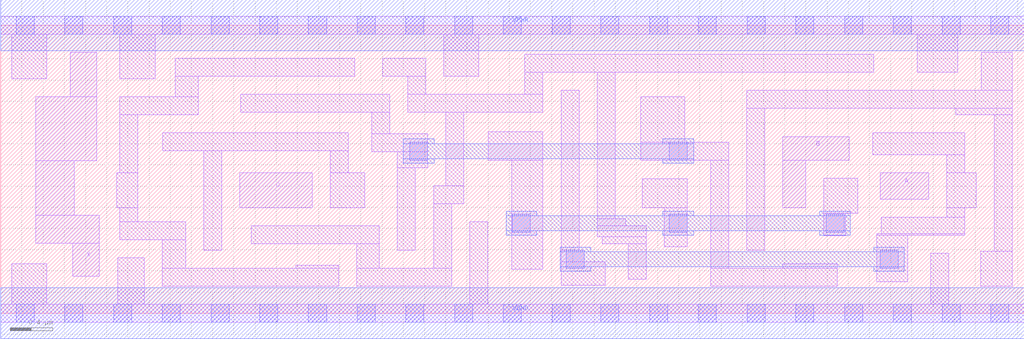
<source format=lef>
# Copyright 2020 The SkyWater PDK Authors
#
# Licensed under the Apache License, Version 2.0 (the "License");
# you may not use this file except in compliance with the License.
# You may obtain a copy of the License at
#
#     https://www.apache.org/licenses/LICENSE-2.0
#
# Unless required by applicable law or agreed to in writing, software
# distributed under the License is distributed on an "AS IS" BASIS,
# WITHOUT WARRANTIES OR CONDITIONS OF ANY KIND, either express or implied.
# See the License for the specific language governing permissions and
# limitations under the License.
#
# SPDX-License-Identifier: Apache-2.0

VERSION 5.7 ;
BUSBITCHARS "[]" ;
DIVIDERCHAR "/" ;
PROPERTYDEFINITIONS
  MACRO maskLayoutSubType STRING ;
  MACRO prCellType STRING ;
  MACRO originalViewName STRING ;
END PROPERTYDEFINITIONS
MACRO sky130_fd_sc_hdll__xor3_2
  ORIGIN  0.000000  0.000000 ;
  CLASS CORE ;
  SYMMETRY X Y R90 ;
  SIZE  9.660000 BY  2.720000 ;
  SITE unithd ;
  PIN A
    ANTENNAGATEAREA  0.276000 ;
    DIRECTION INPUT ;
    USE SIGNAL ;
    PORT
      LAYER li1 ;
        RECT 8.300000 1.075000 8.760000 1.325000 ;
    END
  END A
  PIN B
    ANTENNAGATEAREA  0.735900 ;
    DIRECTION INPUT ;
    USE SIGNAL ;
    PORT
      LAYER li1 ;
        RECT 7.380000 0.995000 7.600000 1.445000 ;
        RECT 7.380000 1.445000 8.010000 1.665000 ;
    END
  END B
  PIN C
    ANTENNAGATEAREA  0.425400 ;
    DIRECTION INPUT ;
    USE SIGNAL ;
    PORT
      LAYER li1 ;
        RECT 2.255000 0.995000 2.940000 1.325000 ;
    END
  END C
  PIN X
    ANTENNADIFFAREA  0.517500 ;
    DIRECTION OUTPUT ;
    USE SIGNAL ;
    PORT
      LAYER li1 ;
        RECT 0.330000 0.660000 0.930000 0.925000 ;
        RECT 0.330000 0.925000 0.695000 1.440000 ;
        RECT 0.330000 1.440000 0.905000 2.045000 ;
        RECT 0.655000 2.045000 0.905000 2.465000 ;
        RECT 0.680000 0.350000 0.930000 0.660000 ;
    END
  END X
  PIN VGND
    DIRECTION INOUT ;
    USE GROUND ;
    PORT
      LAYER met1 ;
        RECT 0.000000 -0.240000 9.660000 0.240000 ;
    END
  END VGND
  PIN VPWR
    DIRECTION INOUT ;
    USE POWER ;
    PORT
      LAYER met1 ;
        RECT 0.000000 2.480000 9.660000 2.960000 ;
    END
  END VPWR
  OBS
    LAYER li1 ;
      RECT 0.000000 -0.085000 9.660000 0.085000 ;
      RECT 0.000000  2.635000 9.660000 2.805000 ;
      RECT 0.105000  0.085000 0.435000 0.465000 ;
      RECT 0.105000  2.215000 0.435000 2.635000 ;
      RECT 1.095000  0.995000 1.295000 1.325000 ;
      RECT 1.105000  0.085000 1.355000 0.525000 ;
      RECT 1.125000  0.695000 1.745000 0.865000 ;
      RECT 1.125000  0.865000 1.295000 0.995000 ;
      RECT 1.125000  1.325000 1.295000 1.875000 ;
      RECT 1.125000  1.875000 1.865000 2.045000 ;
      RECT 1.125000  2.215000 1.460000 2.635000 ;
      RECT 1.525000  0.255000 3.190000 0.425000 ;
      RECT 1.525000  0.425000 1.745000 0.695000 ;
      RECT 1.530000  1.535000 3.280000 1.705000 ;
      RECT 1.645000  2.045000 1.865000 2.235000 ;
      RECT 1.645000  2.235000 3.340000 2.405000 ;
      RECT 1.915000  0.595000 2.085000 1.535000 ;
      RECT 2.265000  1.895000 3.670000 2.065000 ;
      RECT 2.365000  0.655000 3.575000 0.825000 ;
      RECT 2.785000  0.425000 3.190000 0.455000 ;
      RECT 3.110000  0.995000 3.435000 1.325000 ;
      RECT 3.110000  1.325000 3.280000 1.535000 ;
      RECT 3.360000  0.255000 4.255000 0.425000 ;
      RECT 3.360000  0.425000 3.575000 0.655000 ;
      RECT 3.500000  1.525000 4.030000 1.695000 ;
      RECT 3.500000  1.695000 3.670000 1.895000 ;
      RECT 3.605000  2.235000 4.010000 2.405000 ;
      RECT 3.745000  0.595000 3.915000 1.375000 ;
      RECT 3.745000  1.375000 4.030000 1.525000 ;
      RECT 3.840000  1.895000 5.115000 2.065000 ;
      RECT 3.840000  2.065000 4.010000 2.235000 ;
      RECT 4.085000  0.425000 4.255000 1.035000 ;
      RECT 4.085000  1.035000 4.370000 1.205000 ;
      RECT 4.180000  2.235000 4.510000 2.635000 ;
      RECT 4.200000  1.205000 4.370000 1.895000 ;
      RECT 4.425000  0.085000 4.595000 0.865000 ;
      RECT 4.600000  1.445000 5.115000 1.715000 ;
      RECT 4.825000  0.415000 5.115000 1.445000 ;
      RECT 4.945000  2.065000 5.115000 2.275000 ;
      RECT 4.945000  2.275000 8.240000 2.445000 ;
      RECT 5.290000  0.265000 5.705000 0.485000 ;
      RECT 5.290000  0.485000 5.510000 0.595000 ;
      RECT 5.290000  0.595000 5.460000 2.105000 ;
      RECT 5.630000  0.720000 6.095000 0.825000 ;
      RECT 5.630000  0.825000 5.900000 0.890000 ;
      RECT 5.630000  0.890000 5.800000 2.275000 ;
      RECT 5.680000  0.655000 6.095000 0.720000 ;
      RECT 5.925000  0.320000 6.095000 0.655000 ;
      RECT 6.040000  1.445000 6.870000 1.615000 ;
      RECT 6.040000  1.615000 6.455000 2.045000 ;
      RECT 6.055000  0.995000 6.480000 1.270000 ;
      RECT 6.265000  0.630000 6.480000 0.995000 ;
      RECT 6.700000  0.255000 7.895000 0.425000 ;
      RECT 6.700000  0.425000 6.870000 1.445000 ;
      RECT 7.040000  0.595000 7.210000 1.935000 ;
      RECT 7.040000  1.935000 9.550000 2.105000 ;
      RECT 7.380000  0.425000 7.895000 0.465000 ;
      RECT 7.770000  0.730000 7.975000 0.945000 ;
      RECT 7.770000  0.945000 8.090000 1.275000 ;
      RECT 8.230000  1.495000 9.100000 1.705000 ;
      RECT 8.270000  0.295000 8.560000 0.735000 ;
      RECT 8.270000  0.735000 9.100000 0.750000 ;
      RECT 8.310000  0.750000 9.100000 0.905000 ;
      RECT 8.650000  2.275000 9.035000 2.635000 ;
      RECT 8.780000  0.085000 8.950000 0.565000 ;
      RECT 8.930000  0.905000 9.100000 0.995000 ;
      RECT 8.930000  0.995000 9.210000 1.325000 ;
      RECT 8.930000  1.325000 9.100000 1.495000 ;
      RECT 9.015000  1.875000 9.550000 1.935000 ;
      RECT 9.250000  0.255000 9.550000 0.585000 ;
      RECT 9.255000  2.105000 9.550000 2.465000 ;
      RECT 9.380000  0.585000 9.550000 1.875000 ;
    LAYER mcon ;
      RECT 0.145000 -0.085000 0.315000 0.085000 ;
      RECT 0.145000  2.635000 0.315000 2.805000 ;
      RECT 0.605000 -0.085000 0.775000 0.085000 ;
      RECT 0.605000  2.635000 0.775000 2.805000 ;
      RECT 1.065000 -0.085000 1.235000 0.085000 ;
      RECT 1.065000  2.635000 1.235000 2.805000 ;
      RECT 1.525000 -0.085000 1.695000 0.085000 ;
      RECT 1.525000  2.635000 1.695000 2.805000 ;
      RECT 1.985000 -0.085000 2.155000 0.085000 ;
      RECT 1.985000  2.635000 2.155000 2.805000 ;
      RECT 2.445000 -0.085000 2.615000 0.085000 ;
      RECT 2.445000  2.635000 2.615000 2.805000 ;
      RECT 2.905000 -0.085000 3.075000 0.085000 ;
      RECT 2.905000  2.635000 3.075000 2.805000 ;
      RECT 3.365000 -0.085000 3.535000 0.085000 ;
      RECT 3.365000  2.635000 3.535000 2.805000 ;
      RECT 3.825000 -0.085000 3.995000 0.085000 ;
      RECT 3.825000  2.635000 3.995000 2.805000 ;
      RECT 3.860000  1.445000 4.030000 1.615000 ;
      RECT 4.285000 -0.085000 4.455000 0.085000 ;
      RECT 4.285000  2.635000 4.455000 2.805000 ;
      RECT 4.745000 -0.085000 4.915000 0.085000 ;
      RECT 4.745000  2.635000 4.915000 2.805000 ;
      RECT 4.830000  0.765000 5.000000 0.935000 ;
      RECT 5.205000 -0.085000 5.375000 0.085000 ;
      RECT 5.205000  2.635000 5.375000 2.805000 ;
      RECT 5.340000  0.425000 5.510000 0.595000 ;
      RECT 5.665000 -0.085000 5.835000 0.085000 ;
      RECT 5.665000  2.635000 5.835000 2.805000 ;
      RECT 6.125000 -0.085000 6.295000 0.085000 ;
      RECT 6.125000  2.635000 6.295000 2.805000 ;
      RECT 6.310000  0.765000 6.480000 0.935000 ;
      RECT 6.310000  1.445000 6.480000 1.615000 ;
      RECT 6.585000 -0.085000 6.755000 0.085000 ;
      RECT 6.585000  2.635000 6.755000 2.805000 ;
      RECT 7.045000 -0.085000 7.215000 0.085000 ;
      RECT 7.045000  2.635000 7.215000 2.805000 ;
      RECT 7.505000 -0.085000 7.675000 0.085000 ;
      RECT 7.505000  2.635000 7.675000 2.805000 ;
      RECT 7.790000  0.765000 7.960000 0.935000 ;
      RECT 7.965000 -0.085000 8.135000 0.085000 ;
      RECT 7.965000  2.635000 8.135000 2.805000 ;
      RECT 8.300000  0.425000 8.470000 0.595000 ;
      RECT 8.425000 -0.085000 8.595000 0.085000 ;
      RECT 8.425000  2.635000 8.595000 2.805000 ;
      RECT 8.885000 -0.085000 9.055000 0.085000 ;
      RECT 8.885000  2.635000 9.055000 2.805000 ;
      RECT 9.345000 -0.085000 9.515000 0.085000 ;
      RECT 9.345000  2.635000 9.515000 2.805000 ;
    LAYER met1 ;
      RECT 3.800000 1.415000 4.090000 1.460000 ;
      RECT 3.800000 1.460000 6.540000 1.600000 ;
      RECT 3.800000 1.600000 4.090000 1.645000 ;
      RECT 4.770000 0.735000 5.060000 0.780000 ;
      RECT 4.770000 0.780000 8.020000 0.920000 ;
      RECT 4.770000 0.920000 5.060000 0.965000 ;
      RECT 5.280000 0.395000 5.570000 0.440000 ;
      RECT 5.280000 0.440000 8.530000 0.580000 ;
      RECT 5.280000 0.580000 5.570000 0.625000 ;
      RECT 6.250000 0.735000 6.540000 0.780000 ;
      RECT 6.250000 0.920000 6.540000 0.965000 ;
      RECT 6.250000 1.415000 6.540000 1.460000 ;
      RECT 6.250000 1.600000 6.540000 1.645000 ;
      RECT 7.730000 0.735000 8.020000 0.780000 ;
      RECT 7.730000 0.920000 8.020000 0.965000 ;
      RECT 8.240000 0.395000 8.530000 0.440000 ;
      RECT 8.240000 0.580000 8.530000 0.625000 ;
  END
  PROPERTY maskLayoutSubType "abstract" ;
  PROPERTY prCellType "standard" ;
  PROPERTY originalViewName "layout" ;
END sky130_fd_sc_hdll__xor3_2

</source>
